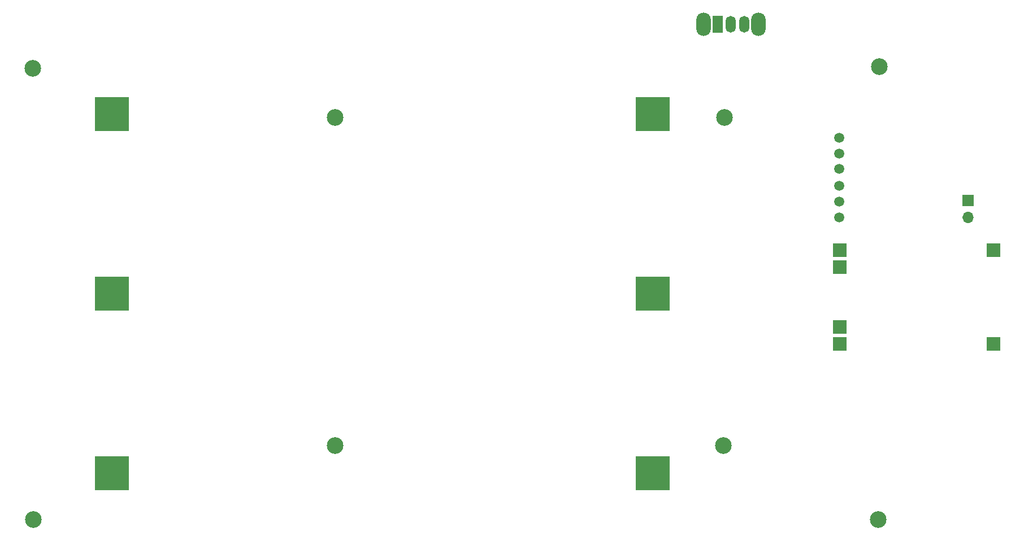
<source format=gbr>
%TF.GenerationSoftware,KiCad,Pcbnew,8.0.2*%
%TF.CreationDate,2024-06-19T11:28:36-04:00*%
%TF.ProjectId,StringsVR-Power,53747269-6e67-4735-9652-2d506f776572,rev?*%
%TF.SameCoordinates,Original*%
%TF.FileFunction,Soldermask,Top*%
%TF.FilePolarity,Negative*%
%FSLAX46Y46*%
G04 Gerber Fmt 4.6, Leading zero omitted, Abs format (unit mm)*
G04 Created by KiCad (PCBNEW 8.0.2) date 2024-06-19 11:28:36*
%MOMM*%
%LPD*%
G01*
G04 APERTURE LIST*
G04 Aperture macros list*
%AMFreePoly0*
4,1,5,2.500000,-2.500000,-2.500000,-2.500000,-2.500000,2.500000,2.500000,2.500000,2.500000,-2.500000,2.500000,-2.500000,$1*%
%AMFreePoly1*
4,1,5,1.000000,-1.000000,-1.000000,-1.000000,-1.000000,1.000000,1.000000,1.000000,1.000000,-1.000000,1.000000,-1.000000,$1*%
G04 Aperture macros list end*
%ADD10C,2.500000*%
%ADD11FreePoly0,0.000000*%
%ADD12FreePoly1,180.000000*%
%ADD13R,2.000000X2.000000*%
%ADD14C,1.500000*%
%ADD15O,2.200000X3.500000*%
%ADD16R,1.500000X2.500000*%
%ADD17O,1.500000X2.500000*%
%ADD18R,1.700000X1.700000*%
%ADD19O,1.700000X1.700000*%
G04 APERTURE END LIST*
D10*
%TO.C,H1*%
X183400000Y-73300000D03*
%TD*%
%TO.C,H1*%
X183286797Y-122500000D03*
%TD*%
%TO.C,H1*%
X125086797Y-122486797D03*
%TD*%
D11*
%TO.C,U3*%
X91700000Y-99700000D03*
X172700000Y-99700000D03*
%TD*%
%TO.C,U4*%
X91700000Y-126600000D03*
X172700000Y-126600000D03*
%TD*%
%TO.C,U2*%
X91700000Y-72800000D03*
X172700000Y-72800000D03*
%TD*%
D10*
%TO.C,H3*%
X79800000Y-65900000D03*
%TD*%
%TO.C,H3*%
X79886797Y-133600000D03*
%TD*%
%TO.C,H1*%
X125086797Y-73286797D03*
%TD*%
D12*
%TO.C,U1*%
X223700000Y-107200000D03*
X223700000Y-93200000D03*
D13*
X200700000Y-107200000D03*
D12*
X200700000Y-104660000D03*
X200700000Y-95740000D03*
X200700000Y-93200000D03*
%TD*%
D10*
%TO.C,H3*%
X206600000Y-65686797D03*
%TD*%
%TO.C,H1*%
X206500000Y-133600000D03*
%TD*%
D14*
%TO.C,U5*%
X200600000Y-76300000D03*
X200600000Y-78700000D03*
X200600000Y-81030000D03*
X200600000Y-83570000D03*
X200600000Y-85900000D03*
X200600000Y-88300000D03*
%TD*%
D15*
%TO.C,SW1*%
X180300000Y-59300000D03*
X188500000Y-59300000D03*
D16*
X182400000Y-59300000D03*
D17*
X184400000Y-59300000D03*
X186400000Y-59300000D03*
%TD*%
D18*
%TO.C,J1*%
X219900000Y-85700000D03*
D19*
X219900000Y-88240000D03*
%TD*%
M02*

</source>
